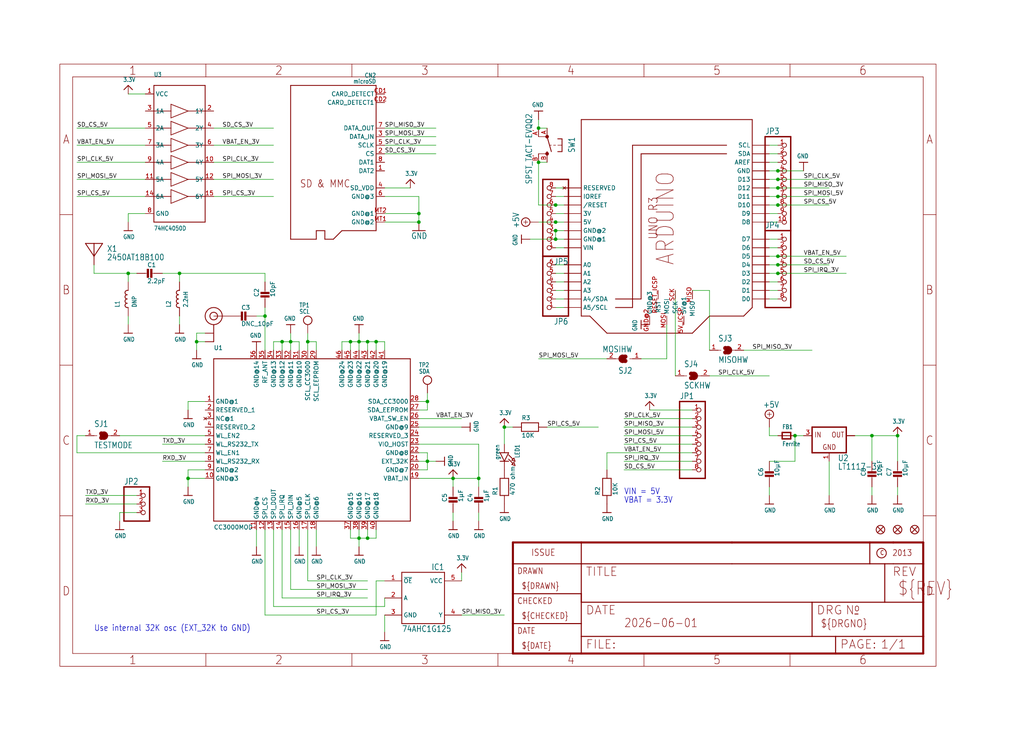
<source format=kicad_sch>
(kicad_sch (version 20230121) (generator eeschema)
  (paper "User" 304.267 217.322)
  (junction (at 231.14 55.88))
  (junction (at 231.14 50.8))
  (junction (at 127 137.16))
  (junction (at 231.14 60.96))
  (junction (at 58.42 101.6))
  (junction (at 83.82 101.6))
  (junction (at 160.02 38.1))
  (junction (at 165.1 68.58))
  (junction (at 91.44 101.6))
  (junction (at 165.1 71.12))
  (junction (at 134.62 142.24))
  (junction (at 259.08 129.54))
  (junction (at 109.22 101.6))
  (junction (at 231.14 58.42))
  (junction (at 106.68 160.02))
  (junction (at 160.02 48.26))
  (junction (at 106.68 101.6))
  (junction (at 149.86 127))
  (junction (at 109.22 160.02))
  (junction (at 165.1 66.04))
  (junction (at 124.46 66.04))
  (junction (at 165.1 60.96))
  (junction (at 53.34 81.28))
  (junction (at 127 119.38))
  (junction (at 86.36 101.6))
  (junction (at 78.74 93.98))
  (junction (at 104.14 101.6))
  (junction (at 266.7 129.54))
  (junction (at 231.14 53.34))
  (junction (at 55.88 142.24))
  (junction (at 231.14 76.2))
  (junction (at 231.14 81.28))
  (junction (at 111.76 101.6))
  (junction (at 231.14 78.74))
  (junction (at 236.22 129.54))
  (junction (at 124.46 63.5))
  (junction (at 38.1 81.28))
  (junction (at 142.24 142.24))
  (wire (pts (xy 177.8 127) (xy 162.56 127)) (stroke (width 0.1524)))
  (wire (pts (xy 109.22 101.6) (xy 111.76 101.6)) (stroke (width 0.1524)))
  (wire (pts (xy 106.68 160.02) (xy 109.22 160.02)) (stroke (width 0.1524)))
  (wire (pts (xy 55.88 142.24) (xy 55.88 144.78)) (stroke (width 0.1524)))
  (wire (pts (xy 53.34 81.28) (xy 78.74 81.28)) (stroke (width 0.1524)))
  (wire (pts (xy 101.6 104.14) (xy 101.6 101.6)) (stroke (width 0.1524)))
  (wire (pts (xy 60.96 139.7) (xy 55.88 139.7)) (stroke (width 0.1524)))
  (wire (pts (xy 165.1 68.58) (xy 165.1 71.12)) (stroke (width 0.1524)))
  (wire (pts (xy 231.14 53.34) (xy 246.38 53.34)) (stroke (width 0.1524)))
  (wire (pts (xy 231.14 60.96) (xy 228.6 60.96)) (stroke (width 0.1524)))
  (wire (pts (xy 48.26 81.28) (xy 53.34 81.28)) (stroke (width 0.1524)))
  (wire (pts (xy 180.34 134.62) (xy 205.74 134.62)) (stroke (width 0.1524)))
  (wire (pts (xy 106.68 101.6) (xy 106.68 99.06)) (stroke (width 0.1524)))
  (wire (pts (xy 60.96 137.16) (xy 48.26 137.16)) (stroke (width 0.1524)))
  (wire (pts (xy 114.3 45.72) (xy 129.54 45.72)) (stroke (width 0.1524)))
  (wire (pts (xy 124.46 134.62) (xy 127 134.62)) (stroke (width 0.1524)))
  (wire (pts (xy 259.08 137.16) (xy 259.08 129.54)) (stroke (width 0.1524)))
  (wire (pts (xy 165.1 83.82) (xy 167.64 83.82)) (stroke (width 0.1524)))
  (wire (pts (xy 127 134.62) (xy 127 137.16)) (stroke (width 0.1524)))
  (wire (pts (xy 111.76 182.88) (xy 111.76 172.72)) (stroke (width 0.1524)))
  (wire (pts (xy 137.16 182.88) (xy 149.86 182.88)) (stroke (width 0.1524)))
  (wire (pts (xy 231.14 58.42) (xy 246.38 58.42)) (stroke (width 0.1524)))
  (wire (pts (xy 236.22 137.16) (xy 236.22 129.54)) (stroke (width 0.1524)))
  (wire (pts (xy 111.76 160.02) (xy 111.76 157.48)) (stroke (width 0.1524)))
  (wire (pts (xy 81.28 157.48) (xy 81.28 180.34)) (stroke (width 0.1524)))
  (wire (pts (xy 38.1 96.52) (xy 38.1 93.98)) (stroke (width 0.1524)))
  (wire (pts (xy 124.46 58.42) (xy 124.46 63.5)) (stroke (width 0.1524)))
  (wire (pts (xy 109.22 104.14) (xy 109.22 101.6)) (stroke (width 0.1524)))
  (wire (pts (xy 40.64 149.86) (xy 25.4 149.86)) (stroke (width 0.1524)))
  (wire (pts (xy 109.22 160.02) (xy 111.76 160.02)) (stroke (width 0.1524)))
  (wire (pts (xy 60.96 129.54) (xy 35.56 129.54)) (stroke (width 0.1524)))
  (wire (pts (xy 205.74 137.16) (xy 185.42 137.16)) (stroke (width 0.1524)))
  (wire (pts (xy 266.7 144.78) (xy 266.7 147.32)) (stroke (width 0.1524)))
  (wire (pts (xy 78.74 157.48) (xy 78.74 182.88)) (stroke (width 0.1524)))
  (wire (pts (xy 160.02 60.96) (xy 165.1 60.96)) (stroke (width 0.1524)))
  (wire (pts (xy 266.7 129.54) (xy 266.7 137.16)) (stroke (width 0.1524)))
  (wire (pts (xy 165.1 63.5) (xy 167.64 63.5)) (stroke (width 0.1524)))
  (wire (pts (xy 124.46 124.46) (xy 137.16 124.46)) (stroke (width 0.1524)))
  (wire (pts (xy 58.42 101.6) (xy 58.42 104.14)) (stroke (width 0.1524)))
  (wire (pts (xy 231.14 71.12) (xy 228.6 71.12)) (stroke (width 0.1524)))
  (wire (pts (xy 231.14 63.5) (xy 228.6 63.5)) (stroke (width 0.1524)))
  (wire (pts (xy 106.68 160.02) (xy 106.68 162.56)) (stroke (width 0.1524)))
  (wire (pts (xy 185.42 127) (xy 205.74 127)) (stroke (width 0.1524)))
  (wire (pts (xy 127 139.7) (xy 124.46 139.7)) (stroke (width 0.1524)))
  (wire (pts (xy 231.14 45.72) (xy 228.6 45.72)) (stroke (width 0.1524)))
  (wire (pts (xy 60.96 132.08) (xy 48.26 132.08)) (stroke (width 0.1524)))
  (wire (pts (xy 43.18 53.34) (xy 22.86 53.34)) (stroke (width 0.1524)))
  (wire (pts (xy 22.86 129.54) (xy 25.4 129.54)) (stroke (width 0.1524)))
  (wire (pts (xy 205.74 139.7) (xy 185.42 139.7)) (stroke (width 0.1524)))
  (wire (pts (xy 185.42 132.08) (xy 205.74 132.08)) (stroke (width 0.1524)))
  (wire (pts (xy 91.44 104.14) (xy 91.44 101.6)) (stroke (width 0.1524)))
  (wire (pts (xy 114.3 182.88) (xy 114.3 187.96)) (stroke (width 0.1524)))
  (wire (pts (xy 78.74 81.28) (xy 78.74 83.82)) (stroke (width 0.1524)))
  (wire (pts (xy 165.1 73.66) (xy 167.64 73.66)) (stroke (width 0.1524)))
  (wire (pts (xy 165.1 68.58) (xy 167.64 68.58)) (stroke (width 0.1524)))
  (wire (pts (xy 127 137.16) (xy 127 139.7)) (stroke (width 0.1524)))
  (wire (pts (xy 193.04 121.92) (xy 205.74 121.92)) (stroke (width 0.1524)))
  (wire (pts (xy 58.42 99.06) (xy 58.42 101.6)) (stroke (width 0.1524)))
  (wire (pts (xy 106.68 157.48) (xy 106.68 160.02)) (stroke (width 0.1524)))
  (wire (pts (xy 165.1 71.12) (xy 157.48 71.12)) (stroke (width 0.1524)))
  (wire (pts (xy 38.1 63.5) (xy 38.1 66.04)) (stroke (width 0.1524)))
  (wire (pts (xy 231.14 55.88) (xy 246.38 55.88)) (stroke (width 0.1524)))
  (wire (pts (xy 231.14 78.74) (xy 228.6 78.74)) (stroke (width 0.1524)))
  (wire (pts (xy 220.98 104.14) (xy 241.3 104.14)) (stroke (width 0.1524)))
  (wire (pts (xy 246.38 137.16) (xy 246.38 147.32)) (stroke (width 0.1524)))
  (wire (pts (xy 55.88 119.38) (xy 55.88 121.92)) (stroke (width 0.1524)))
  (wire (pts (xy 231.14 129.54) (xy 228.6 129.54)) (stroke (width 0.1524)))
  (wire (pts (xy 129.54 43.18) (xy 114.3 43.18)) (stroke (width 0.1524)))
  (wire (pts (xy 78.74 91.44) (xy 78.74 93.98)) (stroke (width 0.1524)))
  (wire (pts (xy 149.86 132.08) (xy 149.86 127)) (stroke (width 0.1524)))
  (wire (pts (xy 53.34 81.28) (xy 53.34 83.82)) (stroke (width 0.1524)))
  (wire (pts (xy 165.1 71.12) (xy 167.64 71.12)) (stroke (width 0.1524)))
  (wire (pts (xy 88.9 157.48) (xy 88.9 162.56)) (stroke (width 0.1524)))
  (wire (pts (xy 111.76 172.72) (xy 114.3 172.72)) (stroke (width 0.1524)))
  (wire (pts (xy 231.14 50.8) (xy 228.6 50.8)) (stroke (width 0.1524)))
  (wire (pts (xy 83.82 104.14) (xy 83.82 101.6)) (stroke (width 0.1524)))
  (wire (pts (xy 160.02 38.1) (xy 160.02 35.56)) (stroke (width 0.1524)))
  (wire (pts (xy 40.64 147.32) (xy 25.4 147.32)) (stroke (width 0.1524)))
  (wire (pts (xy 162.56 48.26) (xy 160.02 48.26)) (stroke (width 0.1524)))
  (wire (pts (xy 63.5 58.42) (xy 81.28 58.42)) (stroke (width 0.1524)))
  (wire (pts (xy 231.14 86.36) (xy 228.6 86.36)) (stroke (width 0.1524)))
  (wire (pts (xy 38.1 83.82) (xy 38.1 81.28)) (stroke (width 0.1524)))
  (wire (pts (xy 63.5 38.1) (xy 81.28 38.1)) (stroke (width 0.1524)))
  (wire (pts (xy 231.14 73.66) (xy 228.6 73.66)) (stroke (width 0.1524)))
  (wire (pts (xy 142.24 142.24) (xy 142.24 144.78)) (stroke (width 0.1524)))
  (wire (pts (xy 93.98 104.14) (xy 93.98 101.6)) (stroke (width 0.1524)))
  (wire (pts (xy 152.4 127) (xy 149.86 127)) (stroke (width 0.1524)))
  (wire (pts (xy 22.86 134.62) (xy 22.86 129.54)) (stroke (width 0.1524)))
  (wire (pts (xy 114.3 101.6) (xy 114.3 104.14)) (stroke (width 0.1524)))
  (wire (pts (xy 254 129.54) (xy 259.08 129.54)) (stroke (width 0.1524)))
  (wire (pts (xy 27.94 81.28) (xy 27.94 78.74)) (stroke (width 0.1524)))
  (wire (pts (xy 198.12 106.68) (xy 190.5 106.68)) (stroke (width 0.1524)))
  (wire (pts (xy 259.08 144.78) (xy 259.08 147.32)) (stroke (width 0.1524)))
  (wire (pts (xy 60.96 119.38) (xy 55.88 119.38)) (stroke (width 0.1524)))
  (wire (pts (xy 231.14 53.34) (xy 228.6 53.34)) (stroke (width 0.1524)))
  (wire (pts (xy 231.14 48.26) (xy 228.6 48.26)) (stroke (width 0.1524)))
  (wire (pts (xy 231.14 66.04) (xy 228.6 66.04)) (stroke (width 0.1524)))
  (wire (pts (xy 160.02 106.68) (xy 180.34 106.68)) (stroke (width 0.1524)))
  (wire (pts (xy 124.46 142.24) (xy 134.62 142.24)) (stroke (width 0.1524)))
  (wire (pts (xy 91.44 157.48) (xy 91.44 172.72)) (stroke (width 0.1524)))
  (wire (pts (xy 205.74 86.36) (xy 210.82 86.36)) (stroke (width 0.1524)))
  (wire (pts (xy 43.18 43.18) (xy 22.86 43.18)) (stroke (width 0.1524)))
  (wire (pts (xy 231.14 81.28) (xy 228.6 81.28)) (stroke (width 0.1524)))
  (wire (pts (xy 210.82 86.36) (xy 210.82 104.14)) (stroke (width 0.1524)))
  (wire (pts (xy 91.44 172.72) (xy 109.22 172.72)) (stroke (width 0.1524)))
  (wire (pts (xy 124.46 66.04) (xy 124.46 63.5)) (stroke (width 0.1524)))
  (wire (pts (xy 53.34 96.52) (xy 53.34 93.98)) (stroke (width 0.1524)))
  (wire (pts (xy 231.14 78.74) (xy 246.38 78.74)) (stroke (width 0.1524)))
  (wire (pts (xy 86.36 157.48) (xy 86.36 175.26)) (stroke (width 0.1524)))
  (wire (pts (xy 55.88 139.7) (xy 55.88 142.24)) (stroke (width 0.1524)))
  (wire (pts (xy 93.98 101.6) (xy 91.44 101.6)) (stroke (width 0.1524)))
  (wire (pts (xy 165.1 58.42) (xy 167.64 58.42)) (stroke (width 0.1524)))
  (wire (pts (xy 165.1 88.9) (xy 167.64 88.9)) (stroke (width 0.1524)))
  (wire (pts (xy 114.3 58.42) (xy 124.46 58.42)) (stroke (width 0.1524)))
  (wire (pts (xy 259.08 129.54) (xy 266.7 129.54)) (stroke (width 0.1524)))
  (wire (pts (xy 38.1 81.28) (xy 27.94 81.28)) (stroke (width 0.1524)))
  (wire (pts (xy 137.16 170.18) (xy 137.16 172.72)) (stroke (width 0.1524)))
  (wire (pts (xy 43.18 63.5) (xy 38.1 63.5)) (stroke (width 0.1524)))
  (wire (pts (xy 231.14 81.28) (xy 251.46 81.28)) (stroke (width 0.1524)))
  (wire (pts (xy 231.14 88.9) (xy 228.6 88.9)) (stroke (width 0.1524)))
  (wire (pts (xy 91.44 101.6) (xy 91.44 99.06)) (stroke (width 0.1524)))
  (wire (pts (xy 76.2 93.98) (xy 78.74 93.98)) (stroke (width 0.1524)))
  (wire (pts (xy 114.3 180.34) (xy 114.3 177.8)) (stroke (width 0.1524)))
  (wire (pts (xy 228.6 144.78) (xy 228.6 147.32)) (stroke (width 0.1524)))
  (wire (pts (xy 86.36 101.6) (xy 88.9 101.6)) (stroke (width 0.1524)))
  (wire (pts (xy 78.74 182.88) (xy 111.76 182.88)) (stroke (width 0.1524)))
  (wire (pts (xy 43.18 48.26) (xy 22.86 48.26)) (stroke (width 0.1524)))
  (wire (pts (xy 35.56 152.4) (xy 35.56 154.94)) (stroke (width 0.1524)))
  (wire (pts (xy 165.1 81.28) (xy 167.64 81.28)) (stroke (width 0.1524)))
  (wire (pts (xy 180.34 134.62) (xy 180.34 139.7)) (stroke (width 0.1524)))
  (wire (pts (xy 83.82 177.8) (xy 109.22 177.8)) (stroke (width 0.1524)))
  (wire (pts (xy 101.6 101.6) (xy 104.14 101.6)) (stroke (width 0.1524)))
  (wire (pts (xy 205.74 129.54) (xy 185.42 129.54)) (stroke (width 0.1524)))
  (wire (pts (xy 231.14 76.2) (xy 228.6 76.2)) (stroke (width 0.1524)))
  (wire (pts (xy 86.36 175.26) (xy 109.22 175.26)) (stroke (width 0.1524)))
  (wire (pts (xy 114.3 40.64) (xy 129.54 40.64)) (stroke (width 0.1524)))
  (wire (pts (xy 81.28 180.34) (xy 114.3 180.34)) (stroke (width 0.1524)))
  (wire (pts (xy 134.62 142.24) (xy 134.62 144.78)) (stroke (width 0.1524)))
  (wire (pts (xy 165.1 55.88) (xy 167.64 55.88)) (stroke (width 0.1524)))
  (wire (pts (xy 104.14 101.6) (xy 106.68 101.6)) (stroke (width 0.1524)))
  (wire (pts (xy 43.18 58.42) (xy 22.86 58.42)) (stroke (width 0.1524)))
  (wire (pts (xy 134.62 142.24) (xy 142.24 142.24)) (stroke (width 0.1524)))
  (wire (pts (xy 142.24 132.08) (xy 142.24 142.24)) (stroke (width 0.1524)))
  (wire (pts (xy 228.6 137.16) (xy 236.22 137.16)) (stroke (width 0.1524)))
  (wire (pts (xy 231.14 83.82) (xy 228.6 83.82)) (stroke (width 0.1524)))
  (wire (pts (xy 165.1 60.96) (xy 167.64 60.96)) (stroke (width 0.1524)))
  (wire (pts (xy 165.1 78.74) (xy 167.64 78.74)) (stroke (width 0.1524)))
  (wire (pts (xy 228.6 111.76) (xy 210.82 111.76)) (stroke (width 0.1524)))
  (wire (pts (xy 165.1 91.44) (xy 167.64 91.44)) (stroke (width 0.1524)))
  (wire (pts (xy 109.22 157.48) (xy 109.22 160.02)) (stroke (width 0.1524)))
  (wire (pts (xy 142.24 152.4) (xy 142.24 154.94)) (stroke (width 0.1524)))
  (wire (pts (xy 83.82 157.48) (xy 83.82 177.8)) (stroke (width 0.1524)))
  (wire (pts (xy 127 121.92) (xy 127 119.38)) (stroke (width 0.1524)))
  (wire (pts (xy 104.14 104.14) (xy 104.14 101.6)) (stroke (width 0.1524)))
  (wire (pts (xy 124.46 127) (xy 137.16 127)) (stroke (width 0.1524)))
  (wire (pts (xy 231.14 55.88) (xy 228.6 55.88)) (stroke (width 0.1524)))
  (wire (pts (xy 205.74 124.46) (xy 185.42 124.46)) (stroke (width 0.1524)))
  (wire (pts (xy 124.46 132.08) (xy 142.24 132.08)) (stroke (width 0.1524)))
  (wire (pts (xy 228.6 129.54) (xy 228.6 127)) (stroke (width 0.1524)))
  (wire (pts (xy 60.96 134.62) (xy 22.86 134.62)) (stroke (width 0.1524)))
  (wire (pts (xy 124.46 119.38) (xy 127 119.38)) (stroke (width 0.1524)))
  (wire (pts (xy 104.14 160.02) (xy 106.68 160.02)) (stroke (width 0.1524)))
  (wire (pts (xy 129.54 137.16) (xy 127 137.16)) (stroke (width 0.1524)))
  (wire (pts (xy 86.36 99.06) (xy 86.36 101.6)) (stroke (width 0.1524)))
  (wire (pts (xy 165.1 66.04) (xy 167.64 66.04)) (stroke (width 0.1524)))
  (wire (pts (xy 40.64 152.4) (xy 35.56 152.4)) (stroke (width 0.1524)))
  (wire (pts (xy 93.98 157.48) (xy 93.98 162.56)) (stroke (width 0.1524)))
  (wire (pts (xy 231.14 60.96) (xy 246.38 60.96)) (stroke (width 0.1524)))
  (wire (pts (xy 63.5 48.26) (xy 81.28 48.26)) (stroke (width 0.1524)))
  (wire (pts (xy 231.14 43.18) (xy 228.6 43.18)) (stroke (width 0.1524)))
  (wire (pts (xy 198.12 96.52) (xy 198.12 106.68)) (stroke (width 0.1524)))
  (wire (pts (xy 111.76 101.6) (xy 114.3 101.6)) (stroke (width 0.1524)))
  (wire (pts (xy 106.68 104.14) (xy 106.68 101.6)) (stroke (width 0.1524)))
  (wire (pts (xy 43.18 27.94) (xy 38.1 27.94)) (stroke (width 0.1524)))
  (wire (pts (xy 160.02 48.26) (xy 160.02 60.96)) (stroke (width 0.1524)))
  (wire (pts (xy 200.66 86.36) (xy 200.66 111.76)) (stroke (width 0.1524)))
  (wire (pts (xy 40.64 81.28) (xy 38.1 81.28)) (stroke (width 0.1524)))
  (wire (pts (xy 81.28 101.6) (xy 83.82 101.6)) (stroke (width 0.1524)))
  (wire (pts (xy 63.5 43.18) (xy 81.28 43.18)) (stroke (width 0.1524)))
  (wire (pts (xy 121.92 55.88) (xy 114.3 55.88)) (stroke (width 0.1524)))
  (wire (pts (xy 83.82 101.6) (xy 86.36 101.6)) (stroke (width 0.1524)))
  (wire (pts (xy 114.3 38.1) (xy 129.54 38.1)) (stroke (width 0.1524)))
  (wire (pts (xy 22.86 38.1) (xy 43.18 38.1)) (stroke (width 0.1524)))
  (wire (pts (xy 134.62 152.4) (xy 134.62 154.94)) (stroke (width 0.1524)))
  (wire (pts (xy 162.56 38.1) (xy 160.02 38.1)) (stroke (width 0.1524)))
  (wire (pts (xy 81.28 104.14) (xy 81.28 101.6)) (stroke (width 0.1524)))
  (wire (pts (xy 114.3 66.04) (xy 124.46 66.04)) (stroke (width 0.1524)))
  (wire (pts (xy 231.14 58.42) (xy 228.6 58.42)) (stroke (width 0.1524)))
  (wire (pts (xy 60.96 99.06) (xy 58.42 99.06)) (stroke (width 0.1524)))
  (wire (pts (xy 60.96 101.6) (xy 58.42 101.6)) (stroke (width 0.1524)))
  (wire (pts (xy 238.76 50.8) (xy 231.14 50.8)) (stroke (width 0.1524)))
  (wire (pts (xy 60.96 142.24) (xy 55.88 142.24)) (stroke (width 0.1524)))
  (wire (pts (xy 78.74 104.14) (xy 78.74 93.98)) (stroke (width 0.1524)))
  (wire (pts (xy 124.46 121.92) (xy 127 121.92)) (stroke (width 0.1524)))
  (wire (pts (xy 165.1 86.36) (xy 167.64 86.36)) (stroke (width 0.1524)))
  (wire (pts (xy 111.76 104.14) (xy 111.76 101.6)) (stroke (width 0.1524)))
  (wire (pts (xy 63.5 53.34) (xy 81.28 53.34)) (stroke (width 0.1524)))
  (wire (pts (xy 127 119.38) (xy 127 116.84)) (stroke (width 0.1524)))
  (wire (pts (xy 231.14 76.2) (xy 251.46 76.2)) (stroke (width 0.1524)))
  (wire (pts (xy 160.02 66.04) (xy 165.1 66.04)) (stroke (width 0.1524)))
  (wire (pts (xy 88.9 101.6) (xy 88.9 104.14)) (stroke (width 0.1524)))
  (wire (pts (xy 124.46 137.16) (xy 127 137.16)) (stroke (width 0.1524)))
  (wire (pts (xy 238.76 129.54) (xy 236.22 129.54)) (stroke (width 0.1524)))
  (wire (pts (xy 76.2 157.48) (xy 76.2 162.56)) (stroke (width 0.1524)))
  (wire (pts (xy 124.46 63.5) (xy 114.3 63.5)) (stroke (width 0.1524)))
  (wire (pts (xy 86.36 104.14) (xy 86.36 101.6)) (stroke (width 0.1524)))
  (wire (pts (xy 104.14 157.48) (xy 104.14 160.02)) (stroke (width 0.1524)))
  (wire (pts (xy 106.68 101.6) (xy 109.22 101.6)) (stroke (width 0.1524)))
  (text "VIN = 5V" (at 185.42 147.32 0) (effects (font (size 1.778 1.5113)) (justify left bottom)))
  (text "Use internal 32K osc (EXT_32K to GND)" (at 27.94 187.96 0) (effects (font (size 1.778 1.5113)) (justify left bottom)))
  (text "VBAT = 3.3V" (at 185.42 149.86 0) (effects (font (size 1.778 1.5113)) (justify left bottom)))
  (label "RXD_3V" (at 25.4 149.86 0) (effects (font (size 1.2446 1.2446))))
  (label "SPI_CLK_3V" (at 93.98 172.72 0) (effects (font (size 1.2446 1.2446))))
  (label "SPI_CLK_5V" (at 213.36 111.76 0) (effects (font (size 1.2446 1.2446))))
  (label "VBAT_EN_3V" (at 66.04 43.18 0) (effects (font (size 1.2446 1.2446))))
  (label "SD_CS_5V" (at 238.76 78.74 0) (effects (font (size 1.2446 1.2446))))
  (label "SPI_CLK_5V" (at 185.42 124.46 0) (effects (font (size 1.2446 1.2446))))
  (label "SPI_MOSI_5V" (at 22.86 53.34 0) (effects (font (size 1.2446 1.2446))))
  (label "VBAT_EN_5V" (at 238.76 76.2 0) (effects (font (size 1.2446 1.2446))))
  (label "SPI_MISO_3V" (at 238.76 55.88 0) (effects (font (size 1.2446 1.2446))))
  (label "SPI_CS_5V" (at 162.56 127 0) (effects (font (size 1.2446 1.2446))))
  (label "SPI_CS_3V" (at 66.04 58.42 0) (effects (font (size 1.2446 1.2446))))
  (label "SPI_MISO_3V" (at 185.42 127 0) (effects (font (size 1.2446 1.2446))))
  (label "SPI_CS_5V" (at 22.86 58.42 0) (effects (font (size 1.2446 1.2446))))
  (label "SPI_MOSI_5V" (at 185.42 129.54 0) (effects (font (size 1.2446 1.2446))))
  (label "SPI_MOSI_3V" (at 93.98 175.26 0) (effects (font (size 1.2446 1.2446))))
  (label "SPI_IRQ_3V" (at 93.98 177.8 0) (effects (font (size 1.2446 1.2446))))
  (label "SPI_CS_3V" (at 93.98 182.88 0) (effects (font (size 1.2446 1.2446))))
  (label "SD_CS_3V" (at 66.04 38.1 0) (effects (font (size 1.2446 1.2446))))
  (label "SPI_MISO_3V" (at 137.16 182.88 0) (effects (font (size 1.2446 1.2446))))
  (label "SD_CS_5V" (at 185.42 139.7 0) (effects (font (size 1.2446 1.2446))))
  (label "SPI_MOSI_5V" (at 160.02 106.68 0) (effects (font (size 1.2446 1.2446))))
  (label "SPI_CS_5V" (at 238.76 60.96 0) (effects (font (size 1.2446 1.2446))))
  (label "SD_CS_5V" (at 22.86 38.1 0) (effects (font (size 1.2446 1.2446))))
  (label "VBAT_EN_3V" (at 129.54 124.46 0) (effects (font (size 1.2446 1.2446))))
  (label "SPI_CS_5V" (at 185.42 132.08 0) (effects (font (size 1.2446 1.2446))))
  (label "TXD_3V" (at 25.4 147.32 0) (effects (font (size 1.2446 1.2446))))
  (label "SPI_MOSI_3V" (at 114.3 40.64 0) (effects (font (size 1.2446 1.2446))))
  (label "SPI_IRQ_3V" (at 238.76 81.28 0) (effects (font (size 1.2446 1.2446))))
  (label "VBAT_EN_5V" (at 185.42 134.62 0) (effects (font (size 1.2446 1.2446))))
  (label "VBAT_EN_5V" (at 22.86 43.18 0) (effects (font (size 1.2446 1.2446))))
  (label "SPI_MOSI_3V" (at 66.04 53.34 0) (effects (font (size 1.2446 1.2446))))
  (label "SPI_MOSI_5V" (at 238.76 58.42 0) (effects (font (size 1.2446 1.2446))))
  (label "RXD_3V" (at 48.26 137.16 0) (effects (font (size 1.2446 1.2446))))
  (label "SPI_MISO_3V" (at 114.3 38.1 0) (effects (font (size 1.2446 1.2446))))
  (label "SD_CS_3V" (at 114.3 45.72 0) (effects (font (size 1.2446 1.2446))))
  (label "SPI_CLK_5V" (at 22.86 48.26 0) (effects (font (size 1.2446 1.2446))))
  (label "SPI_CLK_3V" (at 114.3 43.18 0) (effects (font (size 1.2446 1.2446))))
  (label "SPI_MISO_3V" (at 223.52 104.14 0) (effects (font (size 1.2446 1.2446))))
  (label "SPI_IRQ_3V" (at 185.42 137.16 0) (effects (font (size 1.2446 1.2446))))
  (label "SPI_CLK_3V" (at 66.04 48.26 0) (effects (font (size 1.2446 1.2446))))
  (label "TXD_3V" (at 48.26 132.08 0) (effects (font (size 1.2446 1.2446))))
  (label "SPI_CLK_5V" (at 238.76 53.34 0) (effects (font (size 1.2446 1.2446))))
  (symbol (lib_id "working-eagle-import:GND") (at 132.08 137.16 90) (unit 1)
    (property "Reference" "#U$12" (effects hide))
    (property "Value" "GND" (at 134.62 138.684 0) (effects (font (size 1.27 1.0795)) (justify left bottom)))
  )
  (symbol (lib_id "working-eagle-import:INDUCTOR_0402") (at 53.34 88.9 90) (unit 1)
    (property "Reference" "L2" (at 50.8 91.44 0) (effects (font (size 1.27 1.0795)) (justify left bottom)))
    (property "Value" "2.2nH" (at 55.88 91.44 0) (effects (font (size 1.27 1.0795)) (justify left bottom)))
    (property "Footprint" "working:_0402" (effects hide))
  )
  (symbol (lib_id "working-eagle-import:GND") (at 114.3 190.5 0) (unit 1)
    (property "Reference" "#U$38" (effects hide))
    (property "Value" "GND" (at 112.776 193.04 0) (effects (font (size 1.27 1.0795)) (justify left bottom)))
  )
  (symbol (lib_id "working-eagle-import:CAP_CERAMIC_0805MP") (at 142.24 149.86 0) (unit 1)
    (property "Reference" "C4" (at 140.45 149.32 90) (effects (justify left bottom)))
    (property "Value" "1µF" (at 145.24 149.32 90) (effects (justify left bottom)))
    (property "Footprint" "working:_0805MP" (effects hide))
  )
  (symbol (lib_id "working-eagle-import:PINHD-1X6CB") (at 162.56 83.82 180) (unit 1)
    (property "Reference" "JP6" (at 168.91 94.615 0) (effects (font (size 1.778 1.5113)) (justify left bottom)))
    (property "Value" "PINHD-1X6CB" (effects hide))
    (property "Footprint" "working:1X06-CLEANBIG" (effects hide))
  )
  (symbol (lib_id "working-eagle-import:+5V") (at 157.48 66.04 90) (unit 1)
    (property "Reference" "#SUPPLY3" (effects hide))
    (property "Value" "+5V" (at 154.305 67.945 0) (effects (font (size 1.778 1.5113)) (justify left bottom)))
  )
  (symbol (lib_id "working-eagle-import:3.3V") (at 149.86 124.46 0) (unit 1)
    (property "Reference" "#U$31" (effects hide))
    (property "Value" "3.3V" (at 148.336 123.444 0) (effects (font (size 1.27 1.0795)) (justify left bottom)))
  )
  (symbol (lib_id "working-eagle-import:RESISTOR_0805MP") (at 180.34 144.78 90) (unit 1)
    (property "Reference" "R2" (at 178.308 147.32 0) (effects (justify left bottom)))
    (property "Value" "10K" (at 183.515 147.32 0) (effects (justify left bottom)))
    (property "Footprint" "working:_0805MP" (effects hide))
  )
  (symbol (lib_id "working-eagle-import:GND") (at 106.68 165.1 0) (unit 1)
    (property "Reference" "#U$7" (effects hide))
    (property "Value" "GND" (at 105.156 167.64 0) (effects (font (size 1.27 1.0795)) (justify left bottom)))
  )
  (symbol (lib_id "working-eagle-import:CAP_CERAMIC_0402") (at 71.12 93.98 270) (unit 1)
    (property "Reference" "C3" (at 71.66 92.19 90) (effects (justify left bottom)))
    (property "Value" "DNC_10pF" (at 71.66 96.98 90) (effects (justify left bottom)))
    (property "Footprint" "working:_0402" (effects hide))
  )
  (symbol (lib_id "working-eagle-import:FRAME_A4") (at 152.4 195.58 0) (unit 3)
    (property "Reference" "#FRAME1" (effects hide))
    (property "Value" "FRAME_A4" (effects hide))
  )
  (symbol (lib_id "working-eagle-import:GND") (at 266.7 149.86 0) (unit 1)
    (property "Reference" "#U$28" (effects hide))
    (property "Value" "GND" (at 265.176 152.4 0) (effects (font (size 1.27 1.0795)) (justify left bottom)))
  )
  (symbol (lib_id "working-eagle-import:3.3V") (at 193.04 119.38 0) (unit 1)
    (property "Reference" "#U$21" (effects hide))
    (property "Value" "3.3V" (at 191.516 118.364 0) (effects (font (size 1.27 1.0795)) (justify left bottom)))
  )
  (symbol (lib_id "working-eagle-import:FIDUCIAL{dblquote}{dblquote}") (at 266.7 157.48 0) (unit 1)
    (property "Reference" "FID2" (effects hide))
    (property "Value" "FIDUCIAL{dblquote}{dblquote}" (effects hide))
    (property "Footprint" "working:FIDUCIAL_1MM" (effects hide))
  )
  (symbol (lib_id "working-eagle-import:GND") (at 180.34 152.4 0) (unit 1)
    (property "Reference" "#U$14" (effects hide))
    (property "Value" "GND" (at 178.816 154.94 0) (effects (font (size 1.27 1.0795)) (justify left bottom)))
  )
  (symbol (lib_id "working-eagle-import:+5V") (at 228.6 124.46 0) (unit 1)
    (property "Reference" "#SUPPLY1" (effects hide))
    (property "Value" "+5V" (at 226.695 121.285 0) (effects (font (size 1.778 1.5113)) (justify left bottom)))
  )
  (symbol (lib_id "working-eagle-import:GND") (at 55.88 124.46 0) (unit 1)
    (property "Reference" "#U$20" (effects hide))
    (property "Value" "GND" (at 54.356 127 0) (effects (font (size 1.27 1.0795)) (justify left bottom)))
  )
  (symbol (lib_id "working-eagle-import:CAP_CERAMIC_0805MP") (at 228.6 142.24 0) (unit 1)
    (property "Reference" "C6" (at 226.81 141.7 90) (effects (justify left bottom)))
    (property "Value" "10µF" (at 231.6 141.7 90) (effects (justify left bottom)))
    (property "Footprint" "working:_0805MP" (effects hide))
  )
  (symbol (lib_id "working-eagle-import:SOLDERJUMPER") (at 185.42 106.68 180) (unit 1)
    (property "Reference" "SJ2" (at 187.96 109.22 0) (effects (font (size 1.778 1.5113)) (justify left bottom)))
    (property "Value" "MOSIHW" (at 187.96 102.87 0) (effects (font (size 1.778 1.5113)) (justify left bottom)))
    (property "Footprint" "working:SOLDERJUMPER_ARROW_NOPASTE" (effects hide))
  )
  (symbol (lib_id "working-eagle-import:MICROSD") (at 99.06 45.72 0) (mirror y) (unit 1)
    (property "Reference" "CN2" (at 111.76 23.114 0) (effects (font (size 1.27 1.0795)) (justify left bottom)))
    (property "Value" "microSD" (at 111.76 24.892 0) (effects (font (size 1.27 1.0795)) (justify left bottom)))
    (property "Footprint" "working:MICROSD" (effects hide))
  )
  (symbol (lib_id "working-eagle-import:FRAME_A4") (at 17.78 198.12 0) (unit 1)
    (property "Reference" "#FRAME1" (effects hide))
    (property "Value" "FRAME_A4" (effects hide))
  )
  (symbol (lib_id "working-eagle-import:PINHD-1X8BIG") (at 208.28 129.54 0) (unit 1)
    (property "Reference" "JP1" (at 201.93 118.745 0) (effects (font (size 1.778 1.5113)) (justify left bottom)))
    (property "Value" "PINHD-1X8BIG" (effects hide))
    (property "Footprint" "working:1X08-BIG" (effects hide))
  )
  (symbol (lib_id "working-eagle-import:GND") (at 38.1 99.06 0) (unit 1)
    (property "Reference" "#U$1" (effects hide))
    (property "Value" "GND" (at 36.576 101.6 0) (effects (font (size 1.27 1.0795)) (justify left bottom)))
  )
  (symbol (lib_id "working-eagle-import:GND") (at 160.02 33.02 180) (unit 1)
    (property "Reference" "#U$22" (effects hide))
    (property "Value" "GND" (at 161.544 30.48 0) (effects (font (size 1.27 1.0795)) (justify left bottom)))
  )
  (symbol (lib_id "working-eagle-import:GND") (at 106.68 96.52 180) (unit 1)
    (property "Reference" "#U$6" (effects hide))
    (property "Value" "GND" (at 108.204 93.98 0) (effects (font (size 1.27 1.0795)) (justify left bottom)))
  )
  (symbol (lib_id "working-eagle-import:3.3V") (at 38.1 25.4 0) (unit 1)
    (property "Reference" "#U$32" (effects hide))
    (property "Value" "3.3V" (at 36.576 24.384 0) (effects (font (size 1.27 1.0795)) (justify left bottom)))
  )
  (symbol (lib_id "working-eagle-import:74AHC1G125") (at 124.46 177.8 0) (unit 1)
    (property "Reference" "IC1" (at 132.08 167.64 0) (effects (font (size 1.778 1.5113)) (justify right top)))
    (property "Value" "74AHC1G125" (at 119.38 187.96 0) (effects (font (size 1.778 1.5113)) (justify left bottom)))
    (property "Footprint" "working:SOT23-5L" (effects hide))
  )
  (symbol (lib_id "working-eagle-import:GND") (at 76.2 101.6 180) (unit 1)
    (property "Reference" "#U$4" (effects hide))
    (property "Value" "GND" (at 77.724 99.06 0) (effects (font (size 1.27 1.0795)) (justify left bottom)))
  )
  (symbol (lib_id "working-eagle-import:GND") (at 58.42 106.68 0) (unit 1)
    (property "Reference" "#U$3" (effects hide))
    (property "Value" "GND" (at 56.896 109.22 0) (effects (font (size 1.27 1.0795)) (justify left bottom)))
  )
  (symbol (lib_id "working-eagle-import:FERRITE_0805MP") (at 233.68 129.54 0) (unit 1)
    (property "Reference" "FB1" (at 232.41 127.635 0) (effects (font (size 1.27 1.0795)) (justify left bottom)))
    (property "Value" "Ferrite" (at 232.41 132.715 0) (effects (font (size 1.27 1.0795)) (justify left bottom)))
    (property "Footprint" "working:_0805MP" (effects hide))
  )
  (symbol (lib_id "working-eagle-import:GND") (at 228.6 149.86 0) (unit 1)
    (property "Reference" "#U$27" (effects hide))
    (property "Value" "GND" (at 227.076 152.4 0) (effects (font (size 1.27 1.0795)) (justify left bottom)))
  )
  (symbol (lib_id "working-eagle-import:GND") (at 88.9 165.1 0) (unit 1)
    (property "Reference" "#U$17" (effects hide))
    (property "Value" "GND" (at 87.376 167.64 0) (effects (font (size 1.27 1.0795)) (justify left bottom)))
  )
  (symbol (lib_id "working-eagle-import:GND") (at 149.86 152.4 0) (unit 1)
    (property "Reference" "#U$39" (effects hide))
    (property "Value" "GND" (at 148.336 154.94 0) (effects (font (size 1.27 1.0795)) (justify left bottom)))
  )
  (symbol (lib_id "working-eagle-import:CAP_CERAMIC_0805MP") (at 134.62 149.86 0) (unit 1)
    (property "Reference" "C5" (at 132.83 149.32 90) (effects (justify left bottom)))
    (property "Value" "1µF" (at 137.62 149.32 90) (effects (justify left bottom)))
    (property "Footprint" "working:_0805MP" (effects hide))
  )
  (symbol (lib_id "working-eagle-import:3.3V") (at 134.62 139.7 0) (unit 1)
    (property "Reference" "#U$11" (effects hide))
    (property "Value" "3.3V" (at 133.096 138.684 0) (effects (font (size 1.27 1.0795)) (justify left bottom)))
  )
  (symbol (lib_id "working-eagle-import:CAP_CERAMIC_0402") (at 43.18 81.28 270) (unit 1)
    (property "Reference" "C1" (at 43.72 79.49 90) (effects (justify left bottom)))
    (property "Value" "2.2pF" (at 43.72 84.28 90) (effects (justify left bottom)))
    (property "Footprint" "working:_0402" (effects hide))
  )
  (symbol (lib_id "working-eagle-import:GND") (at 190.5 96.52 270) (unit 1)
    (property "Reference" "#U$25" (effects hide))
    (property "Value" "GND" (at 187.96 94.996 0) (effects (font (size 1.27 1.0795)) (justify left bottom)))
  )
  (symbol (lib_id "working-eagle-import:3.3V") (at 137.16 167.64 0) (unit 1)
    (property "Reference" "#U$37" (effects hide))
    (property "Value" "3.3V" (at 135.636 166.624 0) (effects (font (size 1.27 1.0795)) (justify left bottom)))
  )
  (symbol (lib_id "working-eagle-import:GND") (at 246.38 149.86 0) (unit 1)
    (property "Reference" "#U$30" (effects hide))
    (property "Value" "GND" (at 244.856 152.4 0) (effects (font (size 1.27 1.0795)) (justify left bottom)))
  )
  (symbol (lib_id "working-eagle-import:RESISTOR_0805MP") (at 157.48 127 0) (unit 1)
    (property "Reference" "R3" (at 154.94 124.968 0) (effects (justify left bottom)))
    (property "Value" "10K" (at 154.94 130.175 0) (effects (justify left bottom)))
    (property "Footprint" "working:_0805MP" (effects hide))
  )
  (symbol (lib_id "working-eagle-import:CAP_CERAMIC_0402") (at 78.74 88.9 0) (unit 1)
    (property "Reference" "C2" (at 76.95 88.36 90) (effects (justify left bottom)))
    (property "Value" "10pF" (at 81.74 88.36 90) (effects (justify left bottom)))
    (property "Footprint" "working:_0402" (effects hide))
  )
  (symbol (lib_id "working-eagle-import:GND") (at 38.1 68.58 0) (unit 1)
    (property "Reference" "#U$33" (effects hide))
    (property "Value" "GND" (at 36.576 71.12 0) (effects (font (size 1.27 1.0795)) (justify left bottom)))
  )
  (symbol (lib_id "working-eagle-import:GND") (at 142.24 157.48 0) (unit 1)
    (property "Reference" "#U$9" (effects hide))
    (property "Value" "GND" (at 140.716 160.02 0) (effects (font (size 1.27 1.0795)) (justify left bottom)))
  )
  (symbol (lib_id "working-eagle-import:U.FL") (at 63.5 93.98 0) (unit 1)
    (property "Reference" "U$35" (effects hide))
    (property "Value" "U.FL" (effects hide))
    (property "Footprint" "working:U.FL" (effects hide))
  )
  (symbol (lib_id "working-eagle-import:SOLDERJUMPER") (at 205.74 111.76 0) (unit 1)
    (property "Reference" "SJ4" (at 203.2 109.22 0) (effects (font (size 1.778 1.5113)) (justify left bottom)))
    (property "Value" "SCKHW" (at 203.2 115.57 0) (effects (font (size 1.778 1.5113)) (justify left bottom)))
    (property "Footprint" "working:SOLDERJUMPER_ARROW_NOPASTE" (effects hide))
  )
  (symbol (lib_id "working-eagle-import:GND") (at 86.36 96.52 180) (unit 1)
    (property "Reference" "#U$5" (effects hide))
    (property "Value" "GND" (at 87.884 93.98 0) (effects (font (size 1.27 1.0795)) (justify left bottom)))
  )
  (symbol (lib_id "working-eagle-import:CC3000MOD") (at 93.98 129.54 0) (unit 1)
    (property "Reference" "U1" (at 63.5 104.14 0) (effects (justify left bottom)))
    (property "Value" "CC3000MOD" (at 63.5 157.48 0) (effects (justify left bottom)))
    (property "Footprint" "working:CC3000MOD" (effects hide))
  )
  (symbol (lib_id "working-eagle-import:VREG_SOT223") (at 246.38 132.08 0) (unit 1)
    (property "Reference" "U2" (at 248.92 137.16 0) (effects (font (size 1.778 1.5113)) (justify left bottom)))
    (property "Value" "LT1117-3v" (at 248.92 139.7 0) (effects (font (size 1.778 1.5113)) (justify left bottom)))
    (property "Footprint" "working:SOT223-R" (effects hide))
  )
  (symbol (lib_id "working-eagle-import:INDUCTOR_0402") (at 38.1 88.9 90) (unit 1)
    (property "Reference" "L1" (at 35.56 91.44 0) (effects (font (size 1.27 1.0795)) (justify left bottom)))
    (property "Value" "DNP" (at 40.64 91.44 0) (effects (font (size 1.27 1.0795)) (justify left bottom)))
    (property "Footprint" "working:_0402" (effects hide))
  )
  (symbol (lib_id "working-eagle-import:SPST_TACT-EVQQ2") (at 162.56 43.18 180) (unit 1)
    (property "Reference" "SW1" (at 168.91 40.64 90) (effects (font (size 1.778 1.5113)) (justify left bottom)))
    (property "Value" "SPST_TACT-EVQQ2" (at 156.21 33.655 90) (effects (font (size 1.778 1.5113)) (justify left bottom)))
    (property "Footprint" "working:EVQ-Q2" (effects hide))
  )
  (symbol (lib_id "working-eagle-import:SOLDERJUMPER_CLOSED") (at 30.48 129.54 0) (unit 1)
    (property "Reference" "SJ1" (at 27.94 127 0) (effects (font (size 1.778 1.5113)) (justify left bottom)))
    (property "Value" "TESTMODE" (at 27.94 133.35 0) (effects (font (size 1.778 1.5113)) (justify left bottom)))
    (property "Footprint" "working:SOLDERJUMPER_CLOSEDWIRE" (effects hide))
  )
  (symbol (lib_id "working-eagle-import:FIDUCIAL{dblquote}{dblquote}") (at 261.62 157.48 0) (unit 1)
    (property "Reference" "FID3" (effects hide))
    (property "Value" "FIDUCIAL{dblquote}{dblquote}" (effects hide))
    (property "Footprint" "working:FIDUCIAL_1MM" (effects hide))
    (property "BOM" "EXCLUDE" (effects hide))
  )
  (symbol (lib_id "working-eagle-import:SOLDERJUMPER") (at 215.9 104.14 0) (unit 1)
    (property "Reference" "SJ3" (at 213.36 101.6 0) (effects (font (size 1.778 1.5113)) (justify left bottom)))
    (property "Value" "MISOHW" (at 213.36 107.95 0) (effects (font (size 1.778 1.5113)) (justify left bottom)))
    (property "Footprint" "working:SOLDERJUMPER_ARROW_NOPASTE" (effects hide))
  )
  (symbol (lib_id "working-eagle-import:GND") (at 259.08 149.86 0) (unit 1)
    (property "Reference" "#U$29" (effects hide))
    (property "Value" "GND" (at 257.556 152.4 0) (effects (font (size 1.27 1.0795)) (justify left bottom)))
  )
  (symbol (lib_id "working-eagle-import:HEADER-1X1070MIL") (at 233.68 53.34 0) (unit 1)
    (property "Reference" "JP3" (at 227.33 40.005 0) (effects (font (size 1.778 1.5113)) (justify left bottom)))
    (property "Value" "HEADER-1X1070MIL" (effects hide))
    (property "Footprint" "working:1X10_ROUND70" (effects hide))
  )
  (symbol (lib_id "working-eagle-import:CAP_CERAMIC_0805MP") (at 266.7 142.24 0) (unit 1)
    (property "Reference" "C7" (at 264.91 141.7 90) (effects (justify left bottom)))
    (property "Value" "10µF" (at 269.7 141.7 90) (effects (justify left bottom)))
    (property "Footprint" "working:_0805MP" (effects hide))
  )
  (symbol (lib_id "working-eagle-import:HEADER-1X3ROUND") (at 43.18 149.86 0) (unit 1)
    (property "Reference" "JP2" (at 36.83 144.145 0) (effects (font (size 1.778 1.5113)) (justify left bottom)))
    (property "Value" "HEADER-1X3ROUND" (effects hide))
    (property "Footprint" "working:1X03_ROUND" (effects hide))
  )
  (symbol (lib_id "working-eagle-import:supply1_GND") (at 124.46 68.58 0) (mirror y) (unit 1)
    (property "Reference" "#GND12" (effects hide))
    (property "Value" "GND" (at 127 71.12 0) (effects (font (size 1.778 1.5113)) (justify left bottom)))
  )
  (symbol (lib_id "working-eagle-import:GND") (at 55.88 147.32 0) (unit 1)
    (property "Reference" "#U$19" (effects hide))
    (property "Value" "GND" (at 54.356 149.86 0) (effects (font (size 1.27 1.0795)) (justify left bottom)))
  )
  (symbol (lib_id "working-eagle-import:3.3V") (at 266.7 127 0) (unit 1)
    (property "Reference" "#U$26" (effects hide))
    (property "Value" "3.3V" (at 265.176 125.984 0) (effects (font (size 1.27 1.0795)) (justify left bottom)))
  )
  (symbol (lib_id "working-eagle-import:GND") (at 76.2 165.1 0) (unit 1)
    (property "Reference" "#U$18" (effects hide))
    (property "Value" "GND" (at 74.676 167.64 0) (effects (font (size 1.27 1.0795)) (justify left bottom)))
  )
  (symbol (lib_id "working-eagle-import:GND") (at 238.76 48.26 180) (unit 1)
    (property "Reference" "#U$34" (effects hide))
    (property "Value" "GND" (at 240.284 45.72 0) (effects (font (size 1.27 1.0795)) (justify left bottom)))
  )
  (symbol (lib_id "working-eagle-import:ARDUINO_R3_ICSP") (at 172.72 35.56 270) (unit 1)
    (property "Reference" "U$36" (effects hide))
    (property "Value" "ARDUINO_R3_ICSP" (effects hide))
    (property "Footprint" "working:ARDUINOR3_ICSP" (effects hide))
  )
  (symbol (lib_id "working-eagle-import:GND") (at 93.98 165.1 0) (unit 1)
    (property "Reference" "#U$16" (effects hide))
    (property "Value" "GND" (at 92.456 167.64 0) (effects (font (size 1.27 1.0795)) (justify left bottom)))
  )
  (symbol (lib_id "working-eagle-import:PINHD-1X8CLEANBIG") (at 162.56 66.04 180) (unit 1)
    (property "Reference" "JP5" (at 168.91 76.835 0) (effects (font (size 1.778 1.5113)) (justify left bottom)))
    (property "Value" "PINHD-1X8CLEANBIG" (effects hide))
    (property "Footprint" "working:1X08-CLEANBIG" (effects hide))
  )
  (symbol (lib_id "working-eagle-import:3.3V") (at 121.92 53.34 0) (unit 1)
    (property "Reference" "#U$24" (effects hide))
    (property "Value" "3.3V" (at 120.396 52.324 0) (effects (font (size 1.27 1.0795)) (justify left bottom)))
  )
  (symbol (lib_id "working-eagle-import:LED0805_NOOUTLINE") (at 149.86 137.16 270) (unit 1)
    (property "Reference" "LED1" (at 153.035 132.08 0) (effects (font (size 1.27 1.0795)) (justify left bottom)))
    (property "Value" "green" (at 147.066 132.08 0) (effects (font (size 1.27 1.0795)) (justify left bottom)))
    (property "Footprint" "working:CHIPLED_0805_NOOUTLINE" (effects hide))
  )
  (symbol (lib_id "working-eagle-import:RESISTOR_0805MP") (at 149.86 144.78 90) (unit 1)
    (property "Reference" "R1" (at 147.828 147.32 0) (effects (justify left bottom)))
    (property "Value" "470 ohm" (at 153.035 147.32 0) (effects (justify left bottom)))
    (property "Footprint" "working:_0805MP" (effects hide))
  )
  (symbol (lib_id "working-eagle-import:GND") (at 154.94 71.12 270) (unit 1)
    (property "Reference" "#U$15" (effects hide))
    (property "Value" "GND" (at 152.4 69.596 0) (effects (font (size 1.27 1.0795)) (justify left bottom)))
  )
  (symbol (lib_id "working-eagle-import:TESTPOINTPAD1MM") (at 127 116.84 0) (unit 1)
    (property "Reference" "TP2" (at 124.46 109.22 0) (effects (font (size 1.27 1.0795)) (justify left bottom)))
    (property "Value" "SDA" (at 124.46 111.125 0) (effects (font (size 1.27 1.0795)) (justify left bottom)))
    (property "Footprint" "working:TESTPOINT_PAD_1MM" (effects hide))
  )
  (symbol (lib_id "working-eagle-import:74HC4050D") (at 53.34 45.72 0) (unit 1)
    (property "Reference" "U3" (at 45.72 22.86 0) (effects (font (size 1.27 1.0795)) (justify left bottom)))
    (property "Value" "74HC4050D" (at 45.72 68.58 0) (effects (font (size 1.27 1.0795)) (justify left bottom)))
    (property "Footprint" "working:SOIC16" (effects hide))
  )
  (symbol (lib_id "working-eagle-import:CAP_CERAMIC_0805MP") (at 259.08 142.24 0) (unit 1)
    (property "Reference" "C8" (at 257.29 141.7 90) (effects (justify left bottom)))
    (property "Value" "10µF" (at 262.08 141.7 90) (effects (justify left bottom)))
    (property "Footprint" "working:_0805MP" (effects hide))
  )
  (symbol (lib_id "working-eagle-import:ANTENNA_JOHANSON_2500AT44M0400") (at 27.94 76.2 0) (unit 1)
    (property "Reference" "X1" (at 31.75 74.93 0) (effects (font (size 1.778 1.5113)) (justify left bottom)))
    (property "Value" "2450AT18B100" (at 31.75 77.47 0) (effects (font (size 1.778 1.5113)) (justify left bottom)))
    (property "Footprint" "working:ANT_2500AT44M0400" (effects hide))
  )
  (symbol (lib_id "working-eagle-import:FIDUCIAL{dblquote}{dblquote}") (at 271.78 157.48 0) (unit 1)
    (property "Reference" "FID1" (effects hide))
    (property "Value" "FIDUCIAL{dblquote}{dblquote}" (effects hide))
    (property "Footprint" "working:FIDUCIAL_1MM" (effects hide))
  )
  (symbol (lib_id "working-eagle-import:GND") (at 35.56 157.48 0) (unit 1)
    (property "Reference" "#U$23" (effects hide))
    (property "Value" "GND" (at 34.036 160.02 0) (effects (font (size 1.27 1.0795)) (justify left bottom)))
  )
  (symbol (lib_id "working-eagle-import:GND") (at 53.34 99.06 0) (unit 1)
    (property "Reference" "#U$2" (effects hide))
    (property "Value" "GND" (at 51.816 101.6 0) (effects (font (size 1.27 1.0795)) (justify left bottom)))
  )
  (symbol (lib_id "working-eagle-import:PINHD-1X8CLEANBIG") (at 233.68 78.74 0) (unit 1)
    (property "Reference" "JP4" (at 227.33 67.945 0) (effects (font (size 1.778 1.5113)) (justify left bottom)))
    (property "Value" "PINHD-1X8CLEANBIG" (effects hide))
    (property "Footprint" "working:1X08-CLEANBIG" (effects hide))
  )
  (symbol (lib_id "working-eagle-import:TESTPOINTPAD1MM") (at 91.44 99.06 0) (unit 1)
    (property "Reference" "TP1" (at 88.9 91.44 0) (effects (font (size 1.27 1.0795)) (justify left bottom)))
    (property "Value" "SCL" (at 88.9 93.345 0) (effects (font (size 1.27 1.0795)) (justify left bottom)))
    (property "Footprint" "working:TESTPOINT_PAD_1MM" (effects hide))
  )
  (symbol (lib_id "working-eagle-import:GND") (at 134.62 157.48 0) (unit 1)
    (property "Reference" "#U$10" (effects hide))
    (property "Value" "GND" (at 133.096 160.02 0) (effects (font (size 1.27 1.0795)) (justify left bottom)))
  )
  (symbol (lib_id "working-eagle-import:GND") (at 139.7 127 90) (unit 1)
    (property "Reference" "#U$13" (effects hide))
    (property "Value" "GND" (at 142.24 128.524 0) (effects (font (size 1.27 1.0795)) (justify left bottom)))
  )
)
</source>
